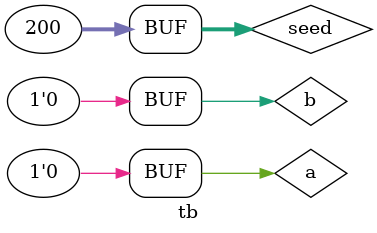
<source format=v>
`include "or3.v"
module tb;
reg a,b,c;
wire y;
integer seed;

or3g dut(a,b,c,y);

initial begin
seed=200;
	repeat(10) begin
	
		{a,b,c}=$random;
		#2;
	end
end
initial begin

$monitor("%0t= a=%b b=%b c=%b y=%b",$time,a,b,c,y);

end 
endmodule

</source>
